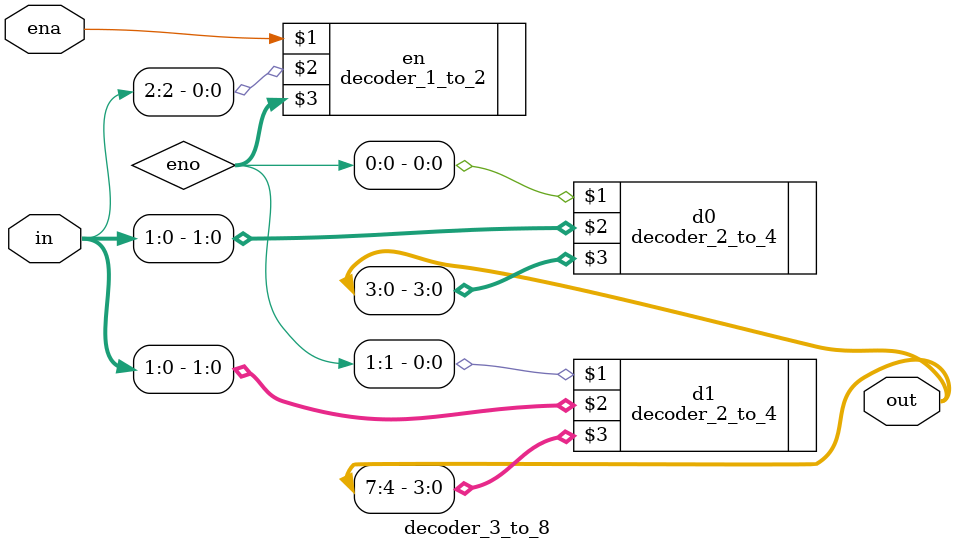
<source format=sv>
module decoder_3_to_8(ena, in, out);

  input wire ena;
  input wire [2:0] in;
  output logic [7:0] out;

  wire [1:0] eno;

  decoder_1_to_2 en(ena, in[2], eno);

  decoder_2_to_4 d1(eno[1], in[1:0], out[7:4]);
  decoder_2_to_4 d0(eno[0], in[1:0], out[3:0]);

endmodule
</source>
